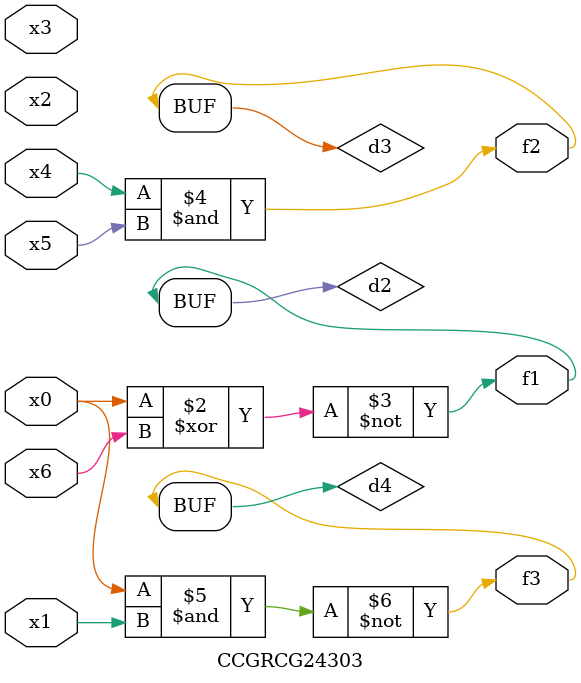
<source format=v>
module CCGRCG24303(
	input x0, x1, x2, x3, x4, x5, x6,
	output f1, f2, f3
);

	wire d1, d2, d3, d4;

	nor (d1, x0);
	xnor (d2, x0, x6);
	and (d3, x4, x5);
	nand (d4, x0, x1);
	assign f1 = d2;
	assign f2 = d3;
	assign f3 = d4;
endmodule

</source>
